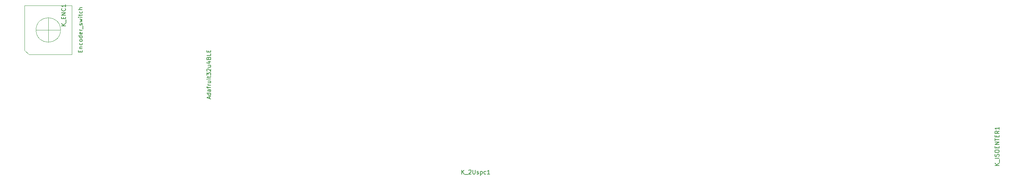
<source format=gbr>
G04 #@! TF.GenerationSoftware,KiCad,Pcbnew,(5.1.5)-3*
G04 #@! TF.CreationDate,2020-01-08T01:13:46+02:00*
G04 #@! TF.ProjectId,PRKL30,50524b4c-3330-42e6-9b69-6361645f7063,rev?*
G04 #@! TF.SameCoordinates,Original*
G04 #@! TF.FileFunction,Other,Fab,Top*
%FSLAX46Y46*%
G04 Gerber Fmt 4.6, Leading zero omitted, Abs format (unit mm)*
G04 Created by KiCad (PCBNEW (5.1.5)-3) date 2020-01-08 01:13:47*
%MOMM*%
%LPD*%
G04 APERTURE LIST*
%ADD10C,0.120000*%
%ADD11C,0.150000*%
G04 APERTURE END LIST*
D10*
X64912500Y-66675000D02*
G75*
G03X64912500Y-66675000I-3000000J0D01*
G01*
X56112500Y-71675000D02*
X56112500Y-60675000D01*
X56112500Y-60675000D02*
X67712500Y-60675000D01*
X67712500Y-60675000D02*
X67712500Y-72675000D01*
X67712500Y-72675000D02*
X57212500Y-72675000D01*
X57212500Y-72675000D02*
X56112500Y-71675000D01*
X58912500Y-66675000D02*
X64912500Y-66675000D01*
X61912500Y-69675000D02*
X61912500Y-63675000D01*
D11*
X101466666Y-83552380D02*
X101466666Y-83076190D01*
X101752380Y-83647619D02*
X100752380Y-83314285D01*
X101752380Y-82980952D01*
X101752380Y-82219047D02*
X100752380Y-82219047D01*
X101704761Y-82219047D02*
X101752380Y-82314285D01*
X101752380Y-82504761D01*
X101704761Y-82600000D01*
X101657142Y-82647619D01*
X101561904Y-82695238D01*
X101276190Y-82695238D01*
X101180952Y-82647619D01*
X101133333Y-82600000D01*
X101085714Y-82504761D01*
X101085714Y-82314285D01*
X101133333Y-82219047D01*
X101752380Y-81314285D02*
X101228571Y-81314285D01*
X101133333Y-81361904D01*
X101085714Y-81457142D01*
X101085714Y-81647619D01*
X101133333Y-81742857D01*
X101704761Y-81314285D02*
X101752380Y-81409523D01*
X101752380Y-81647619D01*
X101704761Y-81742857D01*
X101609523Y-81790476D01*
X101514285Y-81790476D01*
X101419047Y-81742857D01*
X101371428Y-81647619D01*
X101371428Y-81409523D01*
X101323809Y-81314285D01*
X101085714Y-80980952D02*
X101085714Y-80600000D01*
X101752380Y-80838095D02*
X100895238Y-80838095D01*
X100800000Y-80790476D01*
X100752380Y-80695238D01*
X100752380Y-80600000D01*
X101752380Y-80266666D02*
X101085714Y-80266666D01*
X101276190Y-80266666D02*
X101180952Y-80219047D01*
X101133333Y-80171428D01*
X101085714Y-80076190D01*
X101085714Y-79980952D01*
X101085714Y-79219047D02*
X101752380Y-79219047D01*
X101085714Y-79647619D02*
X101609523Y-79647619D01*
X101704761Y-79600000D01*
X101752380Y-79504761D01*
X101752380Y-79361904D01*
X101704761Y-79266666D01*
X101657142Y-79219047D01*
X101752380Y-78742857D02*
X101085714Y-78742857D01*
X100752380Y-78742857D02*
X100800000Y-78790476D01*
X100847619Y-78742857D01*
X100800000Y-78695238D01*
X100752380Y-78742857D01*
X100847619Y-78742857D01*
X101085714Y-78409523D02*
X101085714Y-78028571D01*
X100752380Y-78266666D02*
X101609523Y-78266666D01*
X101704761Y-78219047D01*
X101752380Y-78123809D01*
X101752380Y-78028571D01*
X100752380Y-77790476D02*
X100752380Y-77171428D01*
X101133333Y-77504761D01*
X101133333Y-77361904D01*
X101180952Y-77266666D01*
X101228571Y-77219047D01*
X101323809Y-77171428D01*
X101561904Y-77171428D01*
X101657142Y-77219047D01*
X101704761Y-77266666D01*
X101752380Y-77361904D01*
X101752380Y-77647619D01*
X101704761Y-77742857D01*
X101657142Y-77790476D01*
X100847619Y-76790476D02*
X100800000Y-76742857D01*
X100752380Y-76647619D01*
X100752380Y-76409523D01*
X100800000Y-76314285D01*
X100847619Y-76266666D01*
X100942857Y-76219047D01*
X101038095Y-76219047D01*
X101180952Y-76266666D01*
X101752380Y-76838095D01*
X101752380Y-76219047D01*
X101085714Y-75361904D02*
X101752380Y-75361904D01*
X101085714Y-75790476D02*
X101609523Y-75790476D01*
X101704761Y-75742857D01*
X101752380Y-75647619D01*
X101752380Y-75504761D01*
X101704761Y-75409523D01*
X101657142Y-75361904D01*
X101085714Y-74457142D02*
X101752380Y-74457142D01*
X100704761Y-74695238D02*
X101419047Y-74933333D01*
X101419047Y-74314285D01*
X101228571Y-73600000D02*
X101276190Y-73457142D01*
X101323809Y-73409523D01*
X101419047Y-73361904D01*
X101561904Y-73361904D01*
X101657142Y-73409523D01*
X101704761Y-73457142D01*
X101752380Y-73552380D01*
X101752380Y-73933333D01*
X100752380Y-73933333D01*
X100752380Y-73600000D01*
X100800000Y-73504761D01*
X100847619Y-73457142D01*
X100942857Y-73409523D01*
X101038095Y-73409523D01*
X101133333Y-73457142D01*
X101180952Y-73504761D01*
X101228571Y-73600000D01*
X101228571Y-73933333D01*
X101752380Y-72457142D02*
X101752380Y-72933333D01*
X100752380Y-72933333D01*
X101228571Y-72123809D02*
X101228571Y-71790476D01*
X101752380Y-71647619D02*
X101752380Y-72123809D01*
X100752380Y-72123809D01*
X100752380Y-71647619D01*
X163283238Y-102052380D02*
X163283238Y-101052380D01*
X163854666Y-102052380D02*
X163426095Y-101480952D01*
X163854666Y-101052380D02*
X163283238Y-101623809D01*
X164045142Y-102147619D02*
X164807047Y-102147619D01*
X164997523Y-101147619D02*
X165045142Y-101100000D01*
X165140380Y-101052380D01*
X165378476Y-101052380D01*
X165473714Y-101100000D01*
X165521333Y-101147619D01*
X165568952Y-101242857D01*
X165568952Y-101338095D01*
X165521333Y-101480952D01*
X164949904Y-102052380D01*
X165568952Y-102052380D01*
X165997523Y-101052380D02*
X165997523Y-101861904D01*
X166045142Y-101957142D01*
X166092761Y-102004761D01*
X166188000Y-102052380D01*
X166378476Y-102052380D01*
X166473714Y-102004761D01*
X166521333Y-101957142D01*
X166568952Y-101861904D01*
X166568952Y-101052380D01*
X166997523Y-102004761D02*
X167092761Y-102052380D01*
X167283238Y-102052380D01*
X167378476Y-102004761D01*
X167426095Y-101909523D01*
X167426095Y-101861904D01*
X167378476Y-101766666D01*
X167283238Y-101719047D01*
X167140380Y-101719047D01*
X167045142Y-101671428D01*
X166997523Y-101576190D01*
X166997523Y-101528571D01*
X167045142Y-101433333D01*
X167140380Y-101385714D01*
X167283238Y-101385714D01*
X167378476Y-101433333D01*
X167854666Y-101385714D02*
X167854666Y-102385714D01*
X167854666Y-101433333D02*
X167949904Y-101385714D01*
X168140380Y-101385714D01*
X168235619Y-101433333D01*
X168283238Y-101480952D01*
X168330857Y-101576190D01*
X168330857Y-101861904D01*
X168283238Y-101957142D01*
X168235619Y-102004761D01*
X168140380Y-102052380D01*
X167949904Y-102052380D01*
X167854666Y-102004761D01*
X169188000Y-102004761D02*
X169092761Y-102052380D01*
X168902285Y-102052380D01*
X168807047Y-102004761D01*
X168759428Y-101957142D01*
X168711809Y-101861904D01*
X168711809Y-101576190D01*
X168759428Y-101480952D01*
X168807047Y-101433333D01*
X168902285Y-101385714D01*
X169092761Y-101385714D01*
X169188000Y-101433333D01*
X170140380Y-102052380D02*
X169568952Y-102052380D01*
X169854666Y-102052380D02*
X169854666Y-101052380D01*
X169759428Y-101195238D01*
X169664190Y-101290476D01*
X169568952Y-101338095D01*
X69741071Y-72127380D02*
X69741071Y-71794047D01*
X70264880Y-71651190D02*
X70264880Y-72127380D01*
X69264880Y-72127380D01*
X69264880Y-71651190D01*
X69598214Y-71222619D02*
X70264880Y-71222619D01*
X69693452Y-71222619D02*
X69645833Y-71175000D01*
X69598214Y-71079761D01*
X69598214Y-70936904D01*
X69645833Y-70841666D01*
X69741071Y-70794047D01*
X70264880Y-70794047D01*
X70217261Y-69889285D02*
X70264880Y-69984523D01*
X70264880Y-70175000D01*
X70217261Y-70270238D01*
X70169642Y-70317857D01*
X70074404Y-70365476D01*
X69788690Y-70365476D01*
X69693452Y-70317857D01*
X69645833Y-70270238D01*
X69598214Y-70175000D01*
X69598214Y-69984523D01*
X69645833Y-69889285D01*
X70264880Y-69317857D02*
X70217261Y-69413095D01*
X70169642Y-69460714D01*
X70074404Y-69508333D01*
X69788690Y-69508333D01*
X69693452Y-69460714D01*
X69645833Y-69413095D01*
X69598214Y-69317857D01*
X69598214Y-69175000D01*
X69645833Y-69079761D01*
X69693452Y-69032142D01*
X69788690Y-68984523D01*
X70074404Y-68984523D01*
X70169642Y-69032142D01*
X70217261Y-69079761D01*
X70264880Y-69175000D01*
X70264880Y-69317857D01*
X70264880Y-68127380D02*
X69264880Y-68127380D01*
X70217261Y-68127380D02*
X70264880Y-68222619D01*
X70264880Y-68413095D01*
X70217261Y-68508333D01*
X70169642Y-68555952D01*
X70074404Y-68603571D01*
X69788690Y-68603571D01*
X69693452Y-68555952D01*
X69645833Y-68508333D01*
X69598214Y-68413095D01*
X69598214Y-68222619D01*
X69645833Y-68127380D01*
X70217261Y-67270238D02*
X70264880Y-67365476D01*
X70264880Y-67555952D01*
X70217261Y-67651190D01*
X70122023Y-67698809D01*
X69741071Y-67698809D01*
X69645833Y-67651190D01*
X69598214Y-67555952D01*
X69598214Y-67365476D01*
X69645833Y-67270238D01*
X69741071Y-67222619D01*
X69836309Y-67222619D01*
X69931547Y-67698809D01*
X70264880Y-66794047D02*
X69598214Y-66794047D01*
X69788690Y-66794047D02*
X69693452Y-66746428D01*
X69645833Y-66698809D01*
X69598214Y-66603571D01*
X69598214Y-66508333D01*
X70360119Y-66413095D02*
X70360119Y-65651190D01*
X70217261Y-65460714D02*
X70264880Y-65365476D01*
X70264880Y-65175000D01*
X70217261Y-65079761D01*
X70122023Y-65032142D01*
X70074404Y-65032142D01*
X69979166Y-65079761D01*
X69931547Y-65175000D01*
X69931547Y-65317857D01*
X69883928Y-65413095D01*
X69788690Y-65460714D01*
X69741071Y-65460714D01*
X69645833Y-65413095D01*
X69598214Y-65317857D01*
X69598214Y-65175000D01*
X69645833Y-65079761D01*
X69598214Y-64698809D02*
X70264880Y-64508333D01*
X69788690Y-64317857D01*
X70264880Y-64127380D01*
X69598214Y-63936904D01*
X70264880Y-63555952D02*
X69598214Y-63555952D01*
X69264880Y-63555952D02*
X69312500Y-63603571D01*
X69360119Y-63555952D01*
X69312500Y-63508333D01*
X69264880Y-63555952D01*
X69360119Y-63555952D01*
X69598214Y-63222619D02*
X69598214Y-62841666D01*
X69264880Y-63079761D02*
X70122023Y-63079761D01*
X70217261Y-63032142D01*
X70264880Y-62936904D01*
X70264880Y-62841666D01*
X70217261Y-62079761D02*
X70264880Y-62175000D01*
X70264880Y-62365476D01*
X70217261Y-62460714D01*
X70169642Y-62508333D01*
X70074404Y-62555952D01*
X69788690Y-62555952D01*
X69693452Y-62508333D01*
X69645833Y-62460714D01*
X69598214Y-62365476D01*
X69598214Y-62175000D01*
X69645833Y-62079761D01*
X70264880Y-61651190D02*
X69264880Y-61651190D01*
X70264880Y-61222619D02*
X69741071Y-61222619D01*
X69645833Y-61270238D01*
X69598214Y-61365476D01*
X69598214Y-61508333D01*
X69645833Y-61603571D01*
X69693452Y-61651190D01*
X66164880Y-65670238D02*
X65164880Y-65670238D01*
X66164880Y-65098809D02*
X65593452Y-65527380D01*
X65164880Y-65098809D02*
X65736309Y-65670238D01*
X66260119Y-64908333D02*
X66260119Y-64146428D01*
X65641071Y-63908333D02*
X65641071Y-63575000D01*
X66164880Y-63432142D02*
X66164880Y-63908333D01*
X65164880Y-63908333D01*
X65164880Y-63432142D01*
X66164880Y-63003571D02*
X65164880Y-63003571D01*
X66164880Y-62432142D01*
X65164880Y-62432142D01*
X66069642Y-61384523D02*
X66117261Y-61432142D01*
X66164880Y-61575000D01*
X66164880Y-61670238D01*
X66117261Y-61813095D01*
X66022023Y-61908333D01*
X65926785Y-61955952D01*
X65736309Y-62003571D01*
X65593452Y-62003571D01*
X65402976Y-61955952D01*
X65307738Y-61908333D01*
X65212500Y-61813095D01*
X65164880Y-61670238D01*
X65164880Y-61575000D01*
X65212500Y-61432142D01*
X65260119Y-61384523D01*
X66164880Y-60432142D02*
X66164880Y-61003571D01*
X66164880Y-60717857D02*
X65164880Y-60717857D01*
X65307738Y-60813095D01*
X65402976Y-60908333D01*
X65450595Y-61003571D01*
X294977380Y-99916666D02*
X293977380Y-99916666D01*
X294977380Y-99345238D02*
X294405952Y-99773809D01*
X293977380Y-99345238D02*
X294548809Y-99916666D01*
X295072619Y-99154761D02*
X295072619Y-98392857D01*
X294977380Y-98154761D02*
X293977380Y-98154761D01*
X294929761Y-97726190D02*
X294977380Y-97583333D01*
X294977380Y-97345238D01*
X294929761Y-97250000D01*
X294882142Y-97202380D01*
X294786904Y-97154761D01*
X294691666Y-97154761D01*
X294596428Y-97202380D01*
X294548809Y-97250000D01*
X294501190Y-97345238D01*
X294453571Y-97535714D01*
X294405952Y-97630952D01*
X294358333Y-97678571D01*
X294263095Y-97726190D01*
X294167857Y-97726190D01*
X294072619Y-97678571D01*
X294025000Y-97630952D01*
X293977380Y-97535714D01*
X293977380Y-97297619D01*
X294025000Y-97154761D01*
X293977380Y-96535714D02*
X293977380Y-96345238D01*
X294025000Y-96250000D01*
X294120238Y-96154761D01*
X294310714Y-96107142D01*
X294644047Y-96107142D01*
X294834523Y-96154761D01*
X294929761Y-96250000D01*
X294977380Y-96345238D01*
X294977380Y-96535714D01*
X294929761Y-96630952D01*
X294834523Y-96726190D01*
X294644047Y-96773809D01*
X294310714Y-96773809D01*
X294120238Y-96726190D01*
X294025000Y-96630952D01*
X293977380Y-96535714D01*
X294453571Y-95678571D02*
X294453571Y-95345238D01*
X294977380Y-95202380D02*
X294977380Y-95678571D01*
X293977380Y-95678571D01*
X293977380Y-95202380D01*
X294977380Y-94773809D02*
X293977380Y-94773809D01*
X294977380Y-94202380D01*
X293977380Y-94202380D01*
X293977380Y-93869047D02*
X293977380Y-93297619D01*
X294977380Y-93583333D02*
X293977380Y-93583333D01*
X294453571Y-92964285D02*
X294453571Y-92630952D01*
X294977380Y-92488095D02*
X294977380Y-92964285D01*
X293977380Y-92964285D01*
X293977380Y-92488095D01*
X294977380Y-91488095D02*
X294501190Y-91821428D01*
X294977380Y-92059523D02*
X293977380Y-92059523D01*
X293977380Y-91678571D01*
X294025000Y-91583333D01*
X294072619Y-91535714D01*
X294167857Y-91488095D01*
X294310714Y-91488095D01*
X294405952Y-91535714D01*
X294453571Y-91583333D01*
X294501190Y-91678571D01*
X294501190Y-92059523D01*
X294977380Y-90535714D02*
X294977380Y-91107142D01*
X294977380Y-90821428D02*
X293977380Y-90821428D01*
X294120238Y-90916666D01*
X294215476Y-91011904D01*
X294263095Y-91107142D01*
M02*

</source>
